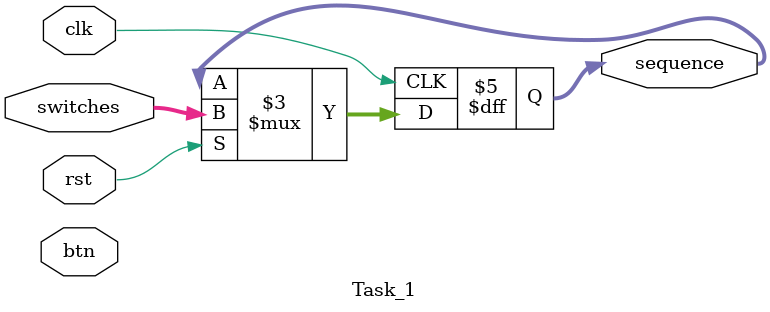
<source format=v>
`timescale 1ns / 1ps

module Task_1(    
    input clk, rst,        
    input [1:0] btn,       // For better control of simulation
    input [9:0] switches,  // 10-bit binary input, 10 switches
//    output [3:0] leds,     // Display N, V, C, Z
//    output [6:0] seven_seg, // Display outputs to seven segment
//    output [3:0] seven_enable,
    output reg [9:0] sequence
    // Select which seven segment to display
);

    initial begin
        sequence = 10'b0; 
    end

    // Register update logic

    always @( posedge clk) begin
        if(rst)begin 
           sequence <= switches;
        end   
    end

endmodule


</source>
